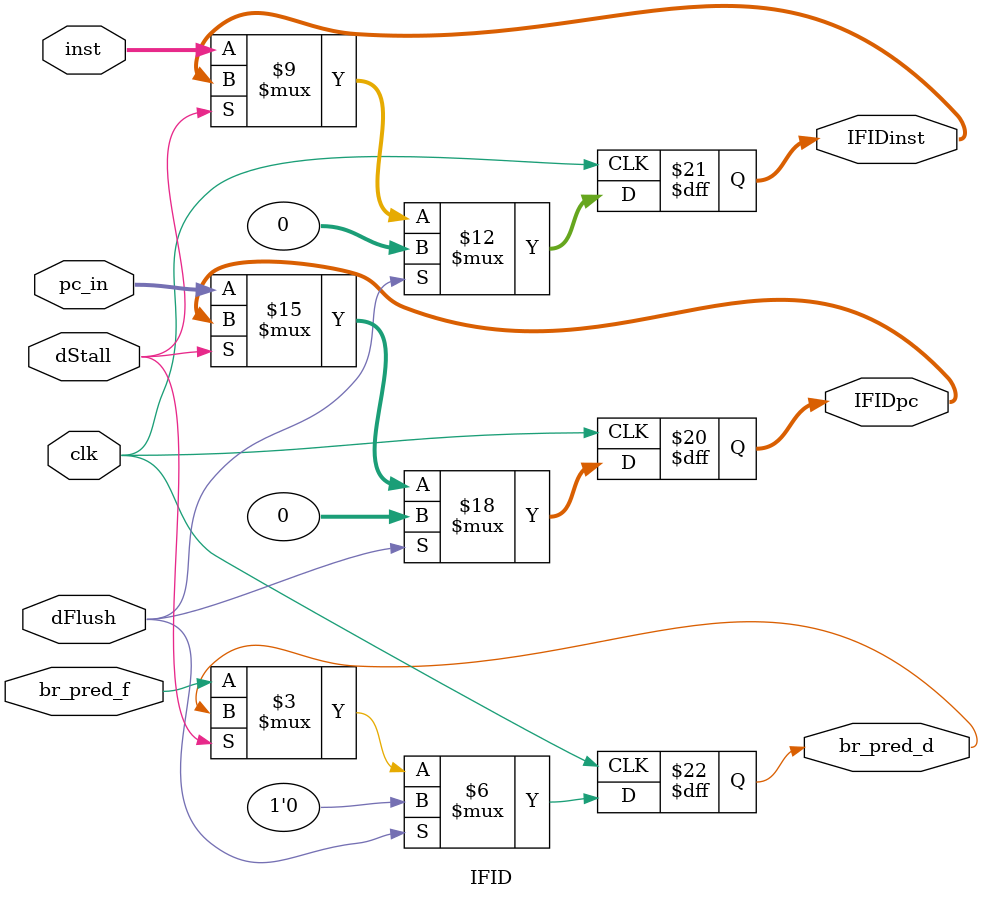
<source format=v>
module IFID(
    input clk,
    
    input [31:0]pc_in,
    input [31:0] inst,
    input dStall,

    output reg [31:0] IFIDpc,
    output reg [31:0] IFIDinst,
    
    //hazard_detection
    input dFlush,

    input br_pred_f,
    output reg br_pred_d
);

always@(posedge clk) begin
    if(dFlush) begin
        IFIDpc <= 32'b0;
        IFIDinst <= 32'b0;
        br_pred_d <= 32'b0;
    end
    else if(dStall) begin
        IFIDpc <= IFIDpc;
        IFIDinst <= IFIDinst;
        br_pred_d <= br_pred_d;
    end
    else begin
        IFIDpc <= pc_in;
        IFIDinst <= inst;
        br_pred_d <= br_pred_f;
    end
end

endmodule
</source>
